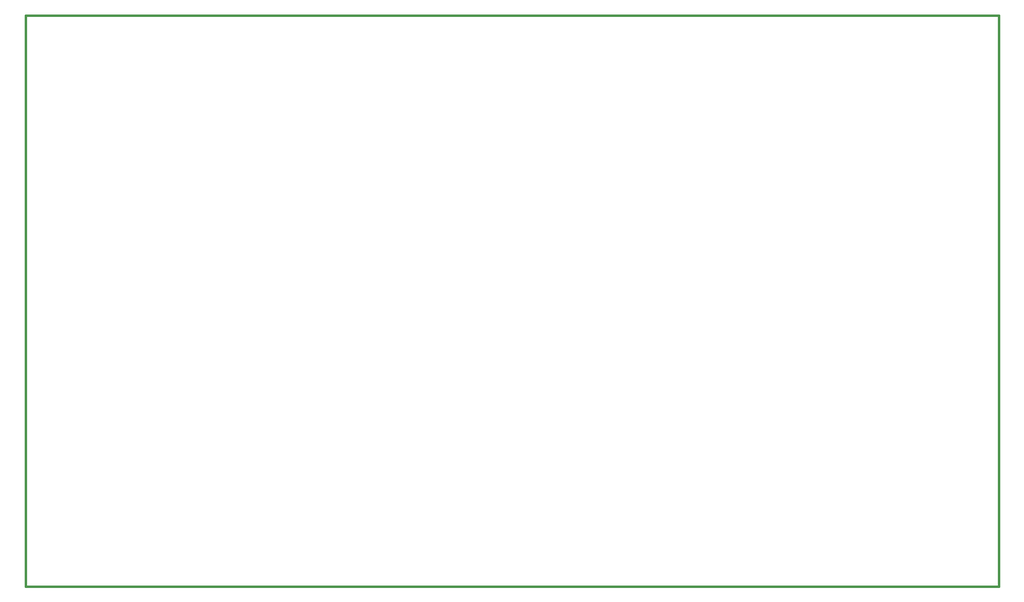
<source format=gbr>
G04 (created by PCBNEW-RS274X (2012-01-19 BZR 3256)-stable) date 12/19/2012 12:02:30 AM*
G01*
G70*
G90*
%MOIN*%
G04 Gerber Fmt 3.4, Leading zero omitted, Abs format*
%FSLAX34Y34*%
G04 APERTURE LIST*
%ADD10C,0.006000*%
%ADD11C,0.015000*%
G04 APERTURE END LIST*
G54D10*
G54D11*
X20000Y-20065D02*
X20000Y-59435D01*
X20000Y-59435D02*
X87008Y-59435D01*
X87008Y-59435D02*
X87008Y-20065D01*
X87008Y-20065D02*
X20065Y-20065D01*
M02*

</source>
